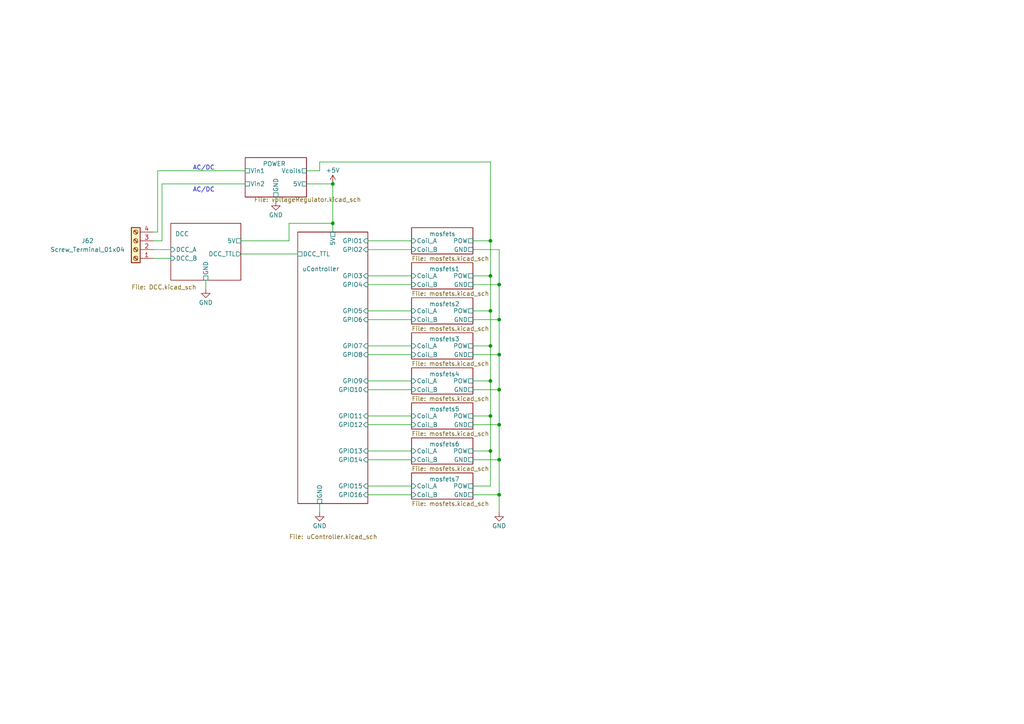
<source format=kicad_sch>
(kicad_sch (version 20230121) (generator eeschema)
  (paper "A4")
  (lib_symbols
    (symbol "Connector:Screw_Terminal_01x04" (pin_names (offset 1.016) hide)
      (property "Reference" "J" (at 0 5.08 0))
      (property "Value" "Screw_Terminal_01x04" (at 0 -7.62 0))
      (symbol "Screw_Terminal_01x04_1_1"
        (rectangle (start -1.27 3.81) (end 1.27 -6.35) (stroke (width 0.254)) (fill (type background)))
        (circle (center 0 -5.08) (radius 0.635) (stroke (width 0.1524)))
        (circle (center 0 -2.54) (radius 0.635) (stroke (width 0.1524)))
        (polyline (pts (xy -0.5334 -4.7498) (xy 0.3302 -5.588)) (stroke (width 0.1524)))
        (polyline (pts (xy -0.5334 -2.2098) (xy 0.3302 -3.048)) (stroke (width 0.1524)))
        (polyline (pts (xy -0.5334 0.3302) (xy 0.3302 -0.508)) (stroke (width 0.1524)))
        (polyline (pts (xy -0.5334 2.8702) (xy 0.3302 2.032)) (stroke (width 0.1524)))
        (polyline (pts (xy -0.3556 -4.572) (xy 0.508 -5.4102)) (stroke (width 0.1524)))
        (polyline (pts (xy -0.3556 -2.032) (xy 0.508 -2.8702)) (stroke (width 0.1524)))
        (polyline (pts (xy -0.3556 0.508) (xy 0.508 -0.3302)) (stroke (width 0.1524)))
        (polyline (pts (xy -0.3556 3.048) (xy 0.508 2.2098)) (stroke (width 0.1524)))
        (circle (center 0 0) (radius 0.635) (stroke (width 0.1524)))
        (circle (center 0 2.54) (radius 0.635) (stroke (width 0.1524)))
        (pin passive line (at -5.08 2.54 0) (length 3.81) (name "Pin_1") (number "1"))
        (pin passive line (at -5.08 0 0) (length 3.81) (name "Pin_2") (number "2"))
        (pin passive line (at -5.08 -2.54 0) (length 3.81) (name "Pin_3") (number "3"))
        (pin passive line (at -5.08 -5.08 0) (length 3.81) (name "Pin_4") (number "4"))
      )
    )
    (symbol "power:+5V" (power) (pin_names (offset 0))
      (property "Value" "+5V" (at 0 3.556 0))
      (symbol "+5V_0_1"
        (polyline (pts (xy -0.762 1.27) (xy 0 2.54)))
        (polyline (pts (xy 0 0) (xy 0 2.54)))
        (polyline (pts (xy 0 2.54) (xy 0.762 1.27)))
      )
      (symbol "+5V_1_1"
        (pin power_in line (at 0 0 90) (length 0) hide (name "+5V") (number "1"))
      )
    )
    (symbol "power:GND" (power) (pin_names (offset 0))
      (property "Value" "GND" (at 0 -3.81 0))
      (symbol "GND_0_1"
        (polyline (pts (xy 0 0) (xy 0 -1.27) (xy 1.27 -1.27) (xy 0 -2.54) (xy -1.27 -1.27) (xy 0 -1.27)))
      )
      (symbol "GND_1_1"
        (pin power_in line (at 0 0 270) (length 0) hide (name "GND") (number "1"))
      )
    )
  )
  (junction (at 142.24 100.33))
  (junction (at 142.24 110.49))
  (junction (at 144.78 102.87))
  (junction (at 142.24 69.85))
  (junction (at 142.24 130.81))
  (junction (at 142.24 80.01))
  (junction (at 144.78 92.71))
  (junction (at 96.52 53.34))
  (junction (at 96.52 64.77))
  (junction (at 144.78 143.51))
  (junction (at 144.78 82.55))
  (junction (at 142.24 90.17))
  (junction (at 144.78 133.35))
  (junction (at 144.78 123.19))
  (junction (at 142.24 120.65))
  (junction (at 144.78 113.03))
  (wire (pts (xy 46.99 69.85) (xy 44.45 69.85)))
  (wire (pts (xy 96.52 64.77) (xy 96.52 67.31)))
  (wire (pts (xy 106.68 113.03) (xy 119.38 113.03)))
  (wire (pts (xy 80.01 57.15) (xy 80.01 58.42)))
  (wire (pts (xy 142.24 110.49) (xy 137.16 110.49)))
  (wire (pts (xy 106.68 72.39) (xy 119.38 72.39)))
  (wire (pts (xy 46.99 53.34) (xy 46.99 69.85)))
  (wire (pts (xy 88.9 53.34) (xy 96.52 53.34)))
  (wire (pts (xy 106.68 102.87) (xy 119.38 102.87)))
  (wire (pts (xy 106.68 110.49) (xy 119.38 110.49)))
  (wire (pts (xy 142.24 80.01) (xy 137.16 80.01)))
  (wire (pts (xy 137.16 82.55) (xy 144.78 82.55)))
  (wire (pts (xy 144.78 82.55) (xy 144.78 92.71)))
  (wire (pts (xy 142.24 120.65) (xy 142.24 110.49)))
  (wire (pts (xy 142.24 100.33) (xy 142.24 90.17)))
  (wire (pts (xy 71.12 49.53) (xy 45.72 49.53)))
  (wire (pts (xy 142.24 120.65) (xy 137.16 120.65)))
  (wire (pts (xy 144.78 72.39) (xy 144.78 82.55)))
  (wire (pts (xy 142.24 90.17) (xy 142.24 80.01)))
  (wire (pts (xy 137.16 143.51) (xy 144.78 143.51)))
  (wire (pts (xy 106.68 140.97) (xy 119.38 140.97)))
  (wire (pts (xy 106.68 130.81) (xy 119.38 130.81)))
  (wire (pts (xy 88.9 49.53) (xy 92.71 49.53)))
  (wire (pts (xy 142.24 110.49) (xy 142.24 100.33)))
  (wire (pts (xy 46.99 53.34) (xy 71.12 53.34)))
  (wire (pts (xy 83.82 64.77) (xy 96.52 64.77)))
  (wire (pts (xy 92.71 146.05) (xy 92.71 148.59)))
  (wire (pts (xy 142.24 46.99) (xy 142.24 69.85)))
  (wire (pts (xy 142.24 100.33) (xy 137.16 100.33)))
  (wire (pts (xy 144.78 113.03) (xy 144.78 123.19)))
  (wire (pts (xy 44.45 67.31) (xy 45.72 67.31)))
  (wire (pts (xy 44.45 72.39) (xy 49.53 72.39)))
  (wire (pts (xy 142.24 90.17) (xy 137.16 90.17)))
  (wire (pts (xy 137.16 140.97) (xy 142.24 140.97)))
  (wire (pts (xy 144.78 143.51) (xy 144.78 148.59)))
  (wire (pts (xy 106.68 143.51) (xy 119.38 143.51)))
  (wire (pts (xy 144.78 92.71) (xy 144.78 102.87)))
  (wire (pts (xy 144.78 133.35) (xy 144.78 143.51)))
  (wire (pts (xy 106.68 90.17) (xy 119.38 90.17)))
  (wire (pts (xy 142.24 130.81) (xy 137.16 130.81)))
  (wire (pts (xy 106.68 69.85) (xy 119.38 69.85)))
  (wire (pts (xy 45.72 49.53) (xy 45.72 67.31)))
  (wire (pts (xy 137.16 133.35) (xy 144.78 133.35)))
  (wire (pts (xy 44.45 74.93) (xy 49.53 74.93)))
  (wire (pts (xy 137.16 123.19) (xy 144.78 123.19)))
  (wire (pts (xy 106.68 80.01) (xy 119.38 80.01)))
  (wire (pts (xy 106.68 120.65) (xy 119.38 120.65)))
  (wire (pts (xy 106.68 123.19) (xy 119.38 123.19)))
  (wire (pts (xy 106.68 100.33) (xy 119.38 100.33)))
  (wire (pts (xy 96.52 53.34) (xy 96.52 64.77)))
  (wire (pts (xy 144.78 123.19) (xy 144.78 133.35)))
  (wire (pts (xy 137.16 72.39) (xy 144.78 72.39)))
  (wire (pts (xy 144.78 102.87) (xy 144.78 113.03)))
  (wire (pts (xy 92.71 49.53) (xy 92.71 46.99)))
  (wire (pts (xy 106.68 133.35) (xy 119.38 133.35)))
  (wire (pts (xy 69.85 73.66) (xy 86.36 73.66)))
  (wire (pts (xy 83.82 69.85) (xy 83.82 64.77)))
  (wire (pts (xy 137.16 113.03) (xy 144.78 113.03)))
  (wire (pts (xy 142.24 80.01) (xy 142.24 69.85)))
  (wire (pts (xy 106.68 82.55) (xy 119.38 82.55)))
  (wire (pts (xy 142.24 69.85) (xy 137.16 69.85)))
  (wire (pts (xy 92.71 46.99) (xy 142.24 46.99)))
  (wire (pts (xy 69.85 69.85) (xy 83.82 69.85)))
  (wire (pts (xy 106.68 92.71) (xy 119.38 92.71)))
  (wire (pts (xy 59.69 81.28) (xy 59.69 83.82)))
  (wire (pts (xy 142.24 130.81) (xy 142.24 120.65)))
  (wire (pts (xy 137.16 102.87) (xy 144.78 102.87)))
  (wire (pts (xy 137.16 92.71) (xy 144.78 92.71)))
  (wire (pts (xy 142.24 140.97) (xy 142.24 130.81)))
  (text "AC/DC" (at 55.88 49.53 0) (effects (font (size 1.27 1.27)) (justify left bottom)))
  (text "AC/DC" (at 55.88 55.88 0) (effects (font (size 1.27 1.27)) (justify left bottom)))
  (symbol (lib_id "power:GND") (at 80.01 58.42 0) (unit 1)
    (property "Reference" "#PWR03" (effects hide))
    (property "Value" "GND" (at 80.01 62.365 0))
  )
  (symbol (lib_id "power:GND") (at 92.71 148.59 0) (unit 1)
    (property "Reference" "#PWR08" (effects hide))
    (property "Value" "GND" (at 92.71 152.535 0))
  )
  (symbol (lib_id "Connector:Screw_Terminal_01x04") (at 39.37 72.39 180) (unit 1)
    (property "Reference" "J62" (at 25.4 69.85 0))
    (property "Value" "Screw_Terminal_01x04" (at 25.4 72.39 0))
    (property "Footprint" "TerminalBlock_Phoenix:TerminalBlock_Phoenix_MKDS-1,5-4-5.08_1x04_P5.08mm_Horizontal" (effects hide))
  )
  (symbol (lib_id "power:GND") (at 59.69 83.82 0) (unit 1)
    (property "Reference" "#PWR07" (effects hide))
    (property "Value" "GND" (at 59.69 87.765 0))
  )
  (symbol (lib_id "power:+5V") (at 96.52 53.34 0) (unit 1)
    (property "Reference" "#PWR01" (effects hide))
    (property "Value" "+5V" (at 96.52 49.395 0))
  )
  (symbol (lib_id "power:GND") (at 144.78 148.59 0) (unit 1)
    (property "Reference" "#PWR02" (effects hide))
    (property "Value" "GND" (at 144.78 152.535 0))
  )
  (sheet (at 119.38 76.2) (size 17.78 7.62) (stroke (width 0.1524))
    (property "Sheetname" "mosfets1" (at 124.46 78.74 0) (effects (justify left bottom)))
    (property "Sheetfile" "mosfets.kicad_sch" (at 119.38 84.4046 0) (effects (justify left top)))
    (pin "GND" passive (at 137.16 82.55 0))
    (pin "Coil_B" input (at 119.38 82.55 180))
    (pin "Coil_A" input (at 119.38 80.01 180))
    (pin "POW" passive (at 137.16 80.01 0))
  )
  (sheet (at 119.38 66.04) (size 17.78 7.62) (stroke (width 0.1524))
    (property "Sheetname" "mosfets" (at 124.46 68.58 0) (effects (justify left bottom)))
    (property "Sheetfile" "mosfets.kicad_sch" (at 119.38 74.2446 0) (effects (justify left top)))
    (pin "GND" passive (at 137.16 72.39 0))
    (pin "Coil_B" input (at 119.38 72.39 180))
    (pin "Coil_A" input (at 119.38 69.85 180))
    (pin "POW" passive (at 137.16 69.85 0))
  )
  (sheet (at 119.38 86.36) (size 17.78 7.62) (stroke (width 0.1524))
    (property "Sheetname" "mosfets2" (at 124.46 88.9 0) (effects (justify left bottom)))
    (property "Sheetfile" "mosfets.kicad_sch" (at 119.38 94.5646 0) (effects (justify left top)))
    (pin "GND" passive (at 137.16 92.71 0))
    (pin "Coil_B" input (at 119.38 92.71 180))
    (pin "Coil_A" input (at 119.38 90.17 180))
    (pin "POW" passive (at 137.16 90.17 0))
  )
  (sheet (at 49.53 64.77) (size 20.32 16.51) (stroke (width 0.1524))
    (property "Sheetname" "DCC" (at 50.8 68.58 0) (effects (justify left bottom)))
    (property "Sheetfile" "DCC.kicad_sch" (at 38.1 82.55 0) (effects (justify left top)))
    (pin "DCC_TTL" output (at 69.85 73.66 0))
    (pin "GND" passive (at 59.69 81.28 270))
    (pin "DCC_A" input (at 49.53 72.39 180))
    (pin "DCC_B" input (at 49.53 74.93 180))
    (pin "5V" passive (at 69.85 69.85 0))
  )
  (sheet (at 119.38 127) (size 17.78 7.62) (stroke (width 0.1524))
    (property "Sheetname" "mosfets6" (at 124.46 129.54 0) (effects (justify left bottom)))
    (property "Sheetfile" "mosfets.kicad_sch" (at 119.38 135.2046 0) (effects (justify left top)))
    (pin "GND" passive (at 137.16 133.35 0))
    (pin "Coil_B" input (at 119.38 133.35 180))
    (pin "Coil_A" input (at 119.38 130.81 180))
    (pin "POW" passive (at 137.16 130.81 0))
  )
  (sheet (at 71.12 45.72) (size 17.78 11.43) (stroke (width 0.1524))
    (property "Sheetname" "POWER" (at 76.2 48.26 0) (effects (justify left bottom)))
    (property "Sheetfile" "voltageRegulator.kicad_sch" (at 73.66 57.15 0) (effects (justify left top)))
    (pin "GND" passive (at 80.01 57.15 270))
    (pin "Vin1" passive (at 71.12 49.53 180))
    (pin "5V" passive (at 88.9 53.34 0))
    (pin "Vcoils" passive (at 88.9 49.53 0))
    (pin "Vin2" passive (at 71.12 53.34 180))
  )
  (sheet (at 86.36 67.31) (size 20.32 78.74) (stroke (width 0.1524))
    (property "Sheetname" "uController" (at 87.63 78.74 0) (effects (justify left bottom)))
    (property "Sheetfile" "uController.kicad_sch" (at 83.82 154.94 0) (effects (justify left top)))
    (pin "GPIO6" input (at 106.68 92.71 0))
    (pin "GPIO5" input (at 106.68 90.17 0))
    (pin "GPIO4" input (at 106.68 82.55 0))
    (pin "GPIO15" input (at 106.68 140.97 0))
    (pin "GPIO16" input (at 106.68 143.51 0))
    (pin "GPIO13" input (at 106.68 130.81 0))
    (pin "GPIO14" input (at 106.68 133.35 0))
    (pin "GPIO12" input (at 106.68 123.19 0))
    (pin "GPIO11" input (at 106.68 120.65 0))
    (pin "GPIO10" input (at 106.68 113.03 0))
    (pin "GPIO7" input (at 106.68 100.33 0))
    (pin "GPIO9" input (at 106.68 110.49 0))
    (pin "GPIO8" input (at 106.68 102.87 0))
    (pin "GPIO3" input (at 106.68 80.01 0))
    (pin "GPIO1" input (at 106.68 69.85 0))
    (pin "GPIO2" input (at 106.68 72.39 0))
    (pin "DCC_TTL" passive (at 86.36 73.66 180))
    (pin "GND" passive (at 92.71 146.05 270))
    (pin "5V" passive (at 96.52 67.31 90))
  )
  (sheet (at 119.38 96.52) (size 17.78 7.62) (stroke (width 0.1524))
    (property "Sheetname" "mosfets3" (at 124.46 99.06 0) (effects (justify left bottom)))
    (property "Sheetfile" "mosfets.kicad_sch" (at 119.38 104.7246 0) (effects (justify left top)))
    (pin "GND" passive (at 137.16 102.87 0))
    (pin "Coil_B" input (at 119.38 102.87 180))
    (pin "Coil_A" input (at 119.38 100.33 180))
    (pin "POW" passive (at 137.16 100.33 0))
  )
  (sheet (at 119.38 116.84) (size 17.78 7.62) (stroke (width 0.1524))
    (property "Sheetname" "mosfets5" (at 124.46 119.38 0) (effects (justify left bottom)))
    (property "Sheetfile" "mosfets.kicad_sch" (at 119.38 125.0446 0) (effects (justify left top)))
    (pin "GND" passive (at 137.16 123.19 0))
    (pin "Coil_B" input (at 119.38 123.19 180))
    (pin "Coil_A" input (at 119.38 120.65 180))
    (pin "POW" passive (at 137.16 120.65 0))
  )
  (sheet (at 119.38 106.68) (size 17.78 7.62) (stroke (width 0.1524))
    (property "Sheetname" "mosfets4" (at 124.46 109.22 0) (effects (justify left bottom)))
    (property "Sheetfile" "mosfets.kicad_sch" (at 119.38 114.8846 0) (effects (justify left top)))
    (pin "GND" passive (at 137.16 113.03 0))
    (pin "Coil_B" input (at 119.38 113.03 180))
    (pin "Coil_A" input (at 119.38 110.49 180))
    (pin "POW" passive (at 137.16 110.49 0))
  )
  (sheet (at 119.38 137.16) (size 17.78 7.62) (stroke (width 0.1524))
    (property "Sheetname" "mosfets7" (at 124.46 139.7 0) (effects (justify left bottom)))
    (property "Sheetfile" "mosfets.kicad_sch" (at 119.38 145.3646 0) (effects (justify left top)))
    (pin "GND" passive (at 137.16 143.51 0))
    (pin "Coil_B" input (at 119.38 143.51 180))
    (pin "Coil_A" input (at 119.38 140.97 180))
    (pin "POW" passive (at 137.16 140.97 0))
  )
)
</source>
